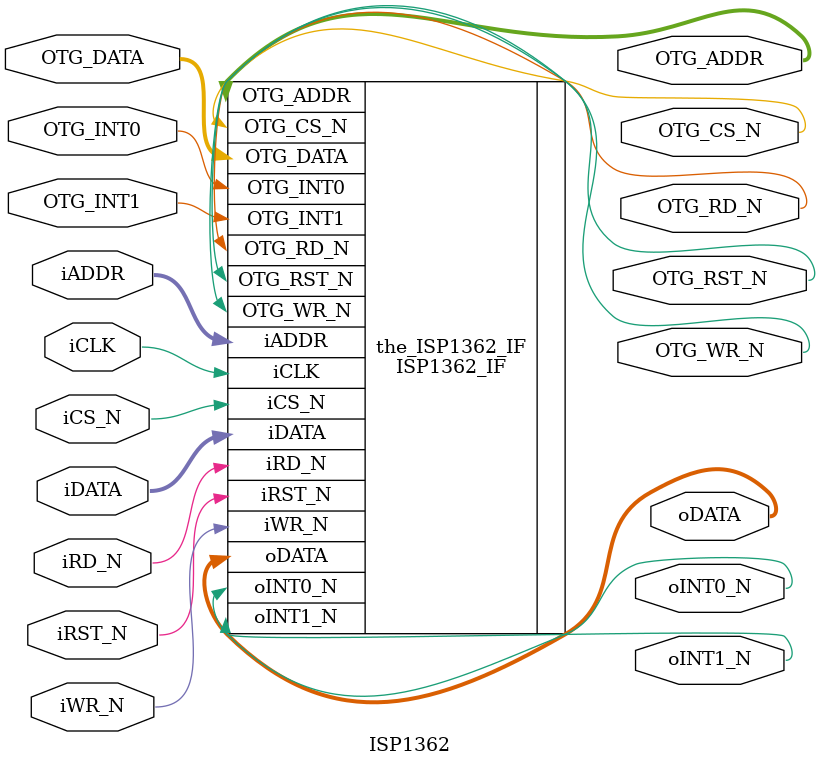
<source format=v>

`timescale 1ns / 1ps
// synthesis translate_on

// turn off superfluous verilog processor warnings 
// altera message_level Level1 
// altera message_off 10034 10035 10036 10037 10230 10240 10030 

module ISP1362 (
                 // inputs:
                  OTG_INT0,
                  OTG_INT1,
                  iADDR,
                  iCLK,
                  iCS_N,
                  iDATA,
                  iRD_N,
                  iRST_N,
                  iWR_N,

                 // outputs:
                  OTG_ADDR,
                  OTG_CS_N,
                  OTG_DATA,
                  OTG_RD_N,
                  OTG_RST_N,
                  OTG_WR_N,
                  oDATA,
                  oINT0_N,
                  oINT1_N
               )
;

  output  [  1: 0] OTG_ADDR;
  output           OTG_CS_N;
  inout   [ 15: 0] OTG_DATA;
  output           OTG_RD_N;
  output           OTG_RST_N;
  output           OTG_WR_N;
  output  [ 15: 0] oDATA;
  output           oINT0_N;
  output           oINT1_N;
  input            OTG_INT0;
  input            OTG_INT1;
  input   [  1: 0] iADDR;
  input            iCLK;
  input            iCS_N;
  input   [ 15: 0] iDATA;
  input            iRD_N;
  input            iRST_N;
  input            iWR_N;

  wire    [  1: 0] OTG_ADDR;
  wire             OTG_CS_N;
  wire    [ 15: 0] OTG_DATA;
  wire             OTG_RD_N;
  wire             OTG_RST_N;
  wire             OTG_WR_N;
  wire    [ 15: 0] oDATA;
  wire             oINT0_N;
  wire             oINT1_N;
  ISP1362_IF the_ISP1362_IF
    (
      .OTG_ADDR  (OTG_ADDR),
      .OTG_CS_N  (OTG_CS_N),
      .OTG_DATA  (OTG_DATA),
      .OTG_INT0  (OTG_INT0),
      .OTG_INT1  (OTG_INT1),
      .OTG_RD_N  (OTG_RD_N),
      .OTG_RST_N (OTG_RST_N),
      .OTG_WR_N  (OTG_WR_N),
      .iADDR     (iADDR),
      .iCLK      (iCLK),
      .iCS_N     (iCS_N),
      .iDATA     (iDATA),
      .iRD_N     (iRD_N),
      .iRST_N    (iRST_N),
      .iWR_N     (iWR_N),
      .oDATA     (oDATA),
      .oINT0_N   (oINT0_N),
      .oINT1_N   (oINT1_N)
    );


endmodule


</source>
